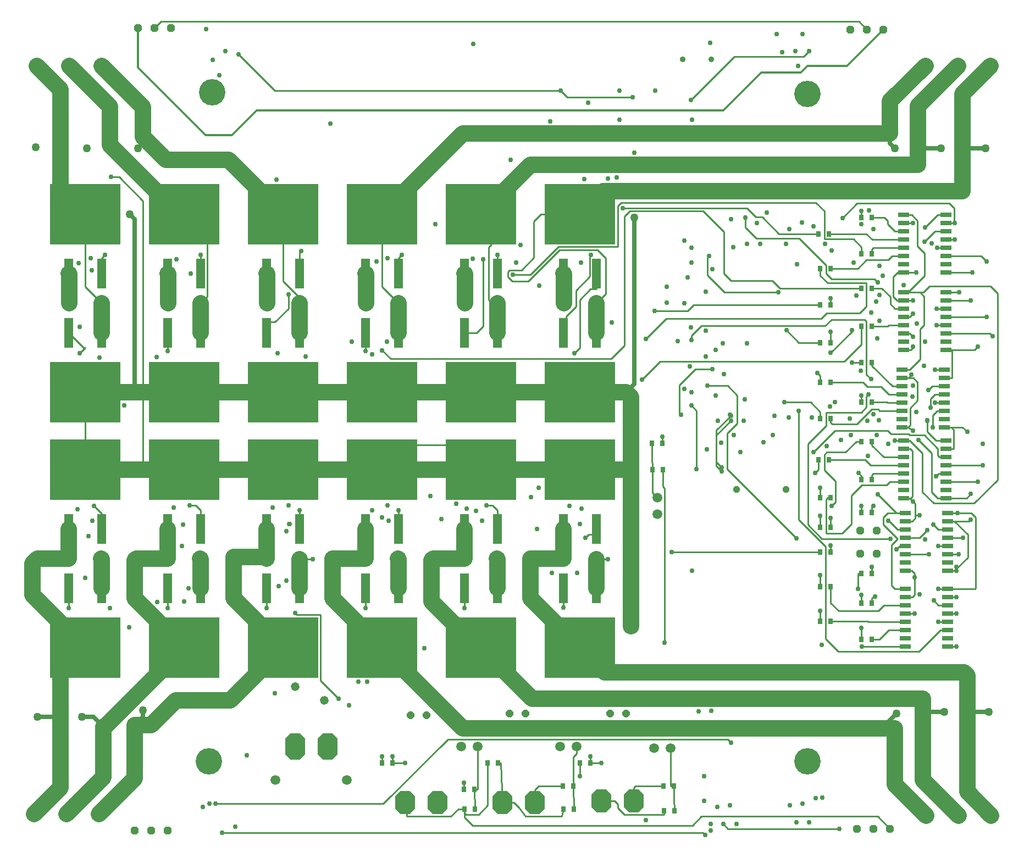
<source format=gbl>
G04 Layer_Physical_Order=4*
G04 Layer_Color=16711680*
%FSAX25Y25*%
%MOIN*%
G70*
G01*
G75*
%ADD16R,0.03100X0.03800*%
%ADD26C,0.01000*%
%ADD27C,0.02500*%
%ADD28C,0.10000*%
%ADD30P,0.05199X8X202.5*%
%ADD31C,0.05906*%
%ADD32P,0.04871X8X202.5*%
%ADD33P,0.05412X8X177.5*%
G04:AMPARAMS|DCode=34|XSize=118.11mil|YSize=157.48mil|CornerRadius=0mil|HoleSize=0mil|Usage=FLASHONLY|Rotation=180.000|XOffset=0mil|YOffset=0mil|HoleType=Round|Shape=Octagon|*
%AMOCTAGOND34*
4,1,8,0.02953,-0.07874,-0.02953,-0.07874,-0.05906,-0.04921,-0.05906,0.04921,-0.02953,0.07874,0.02953,0.07874,0.05906,0.04921,0.05906,-0.04921,0.02953,-0.07874,0.0*
%
%ADD34OCTAGOND34*%

%ADD35P,0.04261X8X202.5*%
%ADD36C,0.03543*%
%ADD37P,0.05412X8X22.5*%
%ADD38P,0.06392X8X22.5*%
G04:AMPARAMS|DCode=39|XSize=118.11mil|YSize=137.8mil|CornerRadius=0mil|HoleSize=0mil|Usage=FLASHONLY|Rotation=0.000|XOffset=0mil|YOffset=0mil|HoleType=Round|Shape=Octagon|*
%AMOCTAGOND39*
4,1,8,-0.02953,0.06890,0.02953,0.06890,0.05906,0.03937,0.05906,-0.03937,0.02953,-0.06890,-0.02953,-0.06890,-0.05906,-0.03937,-0.05906,0.03937,-0.02953,0.06890,0.0*
%
%ADD39OCTAGOND39*%

%ADD40C,0.03000*%
%ADD41C,0.05000*%
%ADD42C,0.10000*%
%ADD43C,0.16000*%
%ADD44C,0.01200*%
%ADD45R,0.07008X0.02835*%
%ADD46R,0.05315X0.18110*%
%ADD47R,0.42520X0.37008*%
D16*
X0491300Y0325000D02*
D03*
X0485000D02*
D03*
X0484700Y0341000D02*
D03*
X0491000D02*
D03*
X0370700Y0131000D02*
D03*
X0377000D02*
D03*
X0377300Y0119000D02*
D03*
X0371000D02*
D03*
X0430700Y0133000D02*
D03*
X0437000D02*
D03*
X0437300Y0119000D02*
D03*
X0431000D02*
D03*
X0491700Y0133000D02*
D03*
X0498000D02*
D03*
X0498300Y0118000D02*
D03*
X0492000D02*
D03*
X0593000Y0447000D02*
D03*
X0586700D02*
D03*
X0618000Y0299000D02*
D03*
X0611700D02*
D03*
X0592000Y0468000D02*
D03*
X0585700D02*
D03*
X0618000Y0478000D02*
D03*
X0611700D02*
D03*
X0592000Y0331000D02*
D03*
X0585700D02*
D03*
X0618000Y0342000D02*
D03*
X0611700D02*
D03*
X0593000Y0308000D02*
D03*
X0586700D02*
D03*
X0618000Y0319000D02*
D03*
X0611700D02*
D03*
X0618000Y0456000D02*
D03*
X0611700D02*
D03*
X0593000Y0425000D02*
D03*
X0586700D02*
D03*
X0618000Y0435000D02*
D03*
X0611700D02*
D03*
X0593000Y0290000D02*
D03*
X0586700D02*
D03*
X0593000Y0402000D02*
D03*
X0586700D02*
D03*
X0618000Y0412000D02*
D03*
X0611700D02*
D03*
X0618000Y0262000D02*
D03*
X0611700D02*
D03*
X0593000Y0275000D02*
D03*
X0586700D02*
D03*
X0618000Y0244000D02*
D03*
X0611700D02*
D03*
X0593000Y0254000D02*
D03*
X0586700D02*
D03*
X0593000Y0378000D02*
D03*
X0586700D02*
D03*
X0618000Y0390000D02*
D03*
X0611700D02*
D03*
X0593000Y0356000D02*
D03*
X0586700D02*
D03*
X0618000Y0366000D02*
D03*
X0611700D02*
D03*
X0618000Y0222000D02*
D03*
X0611700D02*
D03*
X0593000Y0233000D02*
D03*
X0586700D02*
D03*
X0321000Y0147000D02*
D03*
X0327300D02*
D03*
X0385000D02*
D03*
X0391300D02*
D03*
X0441000D02*
D03*
X0447300D02*
D03*
D26*
X0381000Y0315000D02*
X0384000D01*
X0316000Y0325024D02*
X0330976Y0340000D01*
X0384000Y0315000D02*
Y0325024D01*
X0176000Y0329024D02*
Y0487800D01*
X0140024Y0326000D02*
X0141000Y0326976D01*
X0201000Y0325024D02*
X0261000D01*
X0180000D02*
X0196000D01*
X0647133Y0432567D02*
X0649267D01*
X0639900D02*
X0647133D01*
X0637378D02*
X0639900D01*
X0632933Y0298567D02*
X0638378D01*
X0627467D02*
X0632933D01*
X0251000Y0414400D02*
X0256000D01*
X0215000Y0430000D02*
Y0480024D01*
X0446300Y0285700D02*
X0451000D01*
X0609700Y0252400D02*
Y0262000D01*
X0371000Y0116700D02*
Y0119000D01*
Y0114000D02*
Y0116700D01*
X0640315Y0380567D02*
X0643133D01*
X0644200Y0297300D02*
Y0304267D01*
Y0295374D02*
Y0297300D01*
X0640900Y0307567D02*
X0641467D01*
X0642900Y0305567D02*
X0644200Y0304267D01*
X0643867Y0249000D02*
Y0259582D01*
X0667000Y0474567D02*
X0668000Y0475567D01*
X0667000Y0474567D02*
X0668267D01*
X0666700Y0397567D02*
X0680167D01*
X0662811D02*
X0666700D01*
Y0380567D02*
Y0397567D01*
X0666133Y0350567D02*
X0673033D01*
X0661811D02*
X0666133D01*
X0669300Y0264867D02*
X0676067Y0271634D01*
X0668650Y0264217D02*
X0669300Y0264867D01*
X0668000Y0263567D02*
X0668650Y0264217D01*
X0668033Y0293567D02*
X0676900D01*
X0663811D02*
X0668033D01*
X0668000Y0263567D02*
X0669300D01*
X0663811D02*
X0668000D01*
X0670000Y0298567D02*
X0678233D01*
X0651500Y0354400D02*
Y0354900D01*
X0523600Y0348800D02*
X0532400Y0357600D01*
X0523600Y0345800D02*
X0532400Y0354600D01*
X0523600Y0327100D02*
X0526900Y0323800D01*
X0523600Y0345800D02*
Y0348800D01*
Y0329600D02*
Y0345800D01*
Y0327100D02*
Y0329600D01*
X0379000Y0131000D02*
Y0157000D01*
X0496000Y0133000D02*
Y0156000D01*
X0370700Y0131000D02*
Y0134900D01*
X0176000Y0329024D02*
X0180000Y0325024D01*
X0161400Y0502400D02*
X0176000Y0487800D01*
X0156600Y0502400D02*
X0161400D01*
X0632000Y0252567D02*
X0638378D01*
X0630000Y0254567D02*
X0632000Y0252567D01*
X0630000Y0254567D02*
Y0279300D01*
X0633500Y0282800D01*
X0624900Y0291400D02*
X0633500Y0282800D01*
X0624900Y0291400D02*
Y0296000D01*
X0627467Y0298567D01*
X0631800Y0342567D02*
X0637378D01*
X0283600Y0197000D02*
X0294600Y0186000D01*
X0283600Y0197000D02*
Y0236800D01*
X0269300D02*
X0283600D01*
X0268300Y0237800D02*
X0269300Y0236800D01*
X0621700Y0309800D02*
X0632933Y0298567D01*
X0657300Y0422600D02*
X0657333Y0422567D01*
X0662811D01*
Y0317567D02*
X0682200D01*
X0652300Y0373200D02*
X0654667Y0375567D01*
X0661811D01*
X0656300Y0365600D02*
X0656333Y0365567D01*
X0661811D01*
X0655000Y0350400D02*
Y0358000D01*
X0657567Y0360567D01*
X0661811D01*
X0657167Y0412567D02*
X0662811D01*
X0689633Y0407567D02*
X0691300Y0405900D01*
X0662811Y0407567D02*
X0689633D01*
X0658333Y0288567D02*
X0663811D01*
X0655300Y0291600D02*
X0658333Y0288567D01*
X0593000Y0402000D02*
Y0408600D01*
X0640933Y0407567D02*
X0642900Y0405600D01*
X0637378Y0407567D02*
X0640933D01*
X0618000Y0244000D02*
Y0246900D01*
X0620000Y0247900D01*
X0638378Y0237567D02*
X0643800D01*
X0618133Y0464567D02*
X0637378D01*
X0614700Y0468000D02*
X0618133Y0464567D01*
X0592000Y0468000D02*
X0614700D01*
X0619000Y0459567D02*
X0637378D01*
X0618000Y0458567D02*
X0619000Y0459567D01*
X0618000Y0456000D02*
Y0458567D01*
X0593000Y0425000D02*
Y0428900D01*
X0640967Y0417567D02*
X0642900Y0419500D01*
X0637378Y0417567D02*
X0640967D01*
X0619000Y0322567D02*
X0637378D01*
X0618000Y0321567D02*
X0619000Y0322567D01*
X0618000Y0319000D02*
Y0321567D01*
X0251000Y0408000D02*
Y0414400D01*
X0256000D02*
X0264300Y0422700D01*
Y0431100D01*
X0191000Y0396900D02*
Y0408000D01*
X0137700Y0395700D02*
X0141000Y0399000D01*
X0211000Y0289000D02*
Y0300100D01*
X0208000Y0303100D02*
X0211000Y0300100D01*
X0204300Y0303100D02*
X0208000D01*
X0447000Y0454600D02*
X0447700Y0455300D01*
X0447000Y0442100D02*
Y0454600D01*
X0438600Y0433700D02*
X0447000Y0442100D01*
X0438600Y0424000D02*
Y0433700D01*
X0432500Y0417900D02*
X0438600Y0424000D01*
X0431000Y0408000D02*
X0432500Y0417900D01*
X0391000Y0444000D02*
Y0455100D01*
X0646205Y0519795D02*
Y0545890D01*
X0670315Y0570000D01*
X0331000Y0444000D02*
Y0453100D01*
X0333000Y0455100D01*
X0321000Y0436000D02*
Y0480024D01*
Y0436000D02*
X0331000Y0426000D01*
X0515400Y0104600D02*
X0516900Y0103100D01*
X0223929Y0104600D02*
X0515400D01*
X0220000Y0122200D02*
X0321700D01*
X0360800Y0161300D01*
X0530700D01*
X0532700Y0159300D01*
X0478600Y0379600D02*
X0489600Y0390600D01*
X0601300D01*
X0611700Y0401000D01*
Y0412000D01*
X0573600Y0402000D02*
X0586700D01*
X0566200Y0409400D02*
X0573600Y0402000D01*
X0605800Y0390000D02*
X0611700D01*
X0609700Y0262000D02*
X0611700D01*
Y0244000D02*
Y0248800D01*
X0586700Y0233000D02*
Y0239200D01*
X0611700Y0222000D02*
Y0228800D01*
Y0478000D02*
Y0481900D01*
X0400100Y0443200D02*
X0410900D01*
X0427900Y0460200D01*
X0463900D01*
Y0484800D01*
X0466000Y0486900D01*
X0584000D01*
X0589100Y0481800D01*
Y0464800D02*
Y0481800D01*
Y0464800D02*
X0606900D01*
X0611700Y0460000D01*
Y0456000D02*
Y0460000D01*
X0480800Y0404200D02*
X0493200Y0416600D01*
X0587100D01*
X0590400Y0419900D01*
X0610500D01*
X0614600Y0424000D01*
Y0438200D01*
X0591100D02*
X0614600D01*
X0586700Y0442600D02*
X0591100Y0438200D01*
X0586700Y0442600D02*
Y0447000D01*
X0562300Y0435000D02*
X0611700D01*
X0557600Y0439700D02*
X0562300Y0435000D01*
X0532400Y0439700D02*
X0557600D01*
X0528100Y0444000D02*
X0532400Y0439700D01*
X0528100Y0444000D02*
Y0469300D01*
X0515600Y0481800D02*
X0528100Y0469300D01*
X0471100Y0481800D02*
X0515600D01*
X0467900Y0478600D02*
X0471100Y0481800D01*
X0467900Y0400100D02*
Y0478600D01*
X0460000Y0392200D02*
X0467900Y0400100D01*
X0326100Y0392200D02*
X0460000D01*
X0321000Y0397300D02*
X0326100Y0392200D01*
X0608500Y0342000D02*
X0611700D01*
X0602000Y0335500D02*
X0608500Y0342000D01*
X0590600Y0335500D02*
X0602000D01*
X0589100Y0334000D02*
X0590600Y0335500D01*
X0589100Y0324700D02*
Y0334000D01*
Y0324700D02*
X0595900Y0317900D01*
Y0305200D02*
Y0317900D01*
X0593600Y0302900D02*
X0595900Y0305200D01*
X0586700Y0290000D02*
Y0296900D01*
X0614600Y0382700D02*
X0617500Y0379800D01*
X0614600Y0382700D02*
Y0415000D01*
X0613600Y0416000D02*
X0614600Y0415000D01*
X0593500Y0416000D02*
X0613600D01*
X0589700Y0412200D02*
X0593500Y0416000D01*
X0514400Y0412200D02*
X0589700D01*
X0508430Y0406230D02*
X0514400Y0412200D01*
X0508430Y0403430D02*
Y0406230D01*
X0508400Y0364000D02*
X0511700Y0360700D01*
Y0325200D02*
Y0360700D01*
X0367300Y0119000D02*
X0371000D01*
X0362700Y0114400D02*
X0367300Y0119000D01*
X0336000Y0114400D02*
X0362700D01*
X0335000Y0123000D02*
X0336000Y0114400D01*
X0636378Y0350567D02*
X0640000D01*
X0642900Y0348567D01*
X0640900Y0307567D02*
X0642900Y0305567D01*
X0637378Y0307567D02*
X0640900D01*
X0642393Y0293567D02*
X0644200Y0295374D01*
X0638378Y0293567D02*
X0642393D01*
X0644200Y0297300D02*
X0647000D01*
X0642434Y0247567D02*
X0643867Y0249000D01*
X0638378Y0247567D02*
X0642434D01*
X0638378Y0263567D02*
X0642300D01*
X0643867Y0262000D01*
Y0259582D02*
Y0262000D01*
Y0259582D02*
X0643882Y0259567D01*
X0391300Y0147000D02*
X0393000D01*
X0394000Y0123000D01*
X0400800D01*
X0403800Y0120000D01*
X0408000Y0114400D01*
X0430000D01*
X0431000Y0119000D01*
X0454000Y0124000D02*
X0461800D01*
X0463800Y0122000D01*
Y0119600D02*
Y0122000D01*
Y0119600D02*
X0468000Y0115400D01*
X0492000D01*
Y0118000D01*
X0501300Y0358960D02*
X0502197Y0358063D01*
X0501300Y0358960D02*
Y0376300D01*
X0510717Y0385717D01*
X0521237D01*
X0669300Y0264867D02*
Y0265900D01*
X0676900Y0293567D02*
X0678000Y0294667D01*
X0657733Y0307567D02*
X0662811D01*
X0654100Y0311200D02*
X0657733Y0307567D01*
X0654100Y0311200D02*
Y0335000D01*
X0646300Y0342800D02*
X0654100Y0335000D01*
X0673033Y0350567D02*
X0675800Y0347800D01*
X0429300Y0554900D02*
X0433282Y0550918D01*
X0472882D01*
X0662811Y0432567D02*
X0670858D01*
X0650100Y0471800D02*
X0657867Y0479567D01*
X0662811D01*
X0658300Y0252567D02*
X0663811D01*
X0485000Y0311000D02*
Y0325000D01*
Y0311000D02*
X0488000Y0308000D01*
X0484700Y0333300D02*
Y0341000D01*
Y0333300D02*
X0485000Y0325000D01*
X0377000Y0131000D02*
X0379000D01*
X0439000Y0152600D02*
Y0157000D01*
X0437000Y0150600D02*
X0439000Y0152600D01*
X0437000Y0133000D02*
Y0150600D01*
X0496000Y0133000D02*
X0498000D01*
Y0125800D02*
Y0133000D01*
Y0125800D02*
X0498300Y0118000D01*
X0541200Y0471900D02*
Y0477900D01*
Y0471900D02*
X0548000Y0465100D01*
X0573900D01*
X0590100Y0448900D01*
Y0444000D02*
Y0448900D01*
Y0444000D02*
X0593600Y0440500D01*
X0619700D01*
X0621600Y0438600D01*
X0593000Y0395900D02*
X0605800Y0408700D01*
Y0409500D01*
X0662811Y0454567D02*
X0684333D01*
X0687600Y0451300D01*
X0528700Y0432400D02*
X0561200D01*
X0518300Y0442800D02*
X0528700Y0432400D01*
X0518300Y0442800D02*
Y0453700D01*
X0519200Y0454600D01*
X0663811Y0273567D02*
X0670677D01*
X0673234Y0283567D02*
X0673267Y0283600D01*
X0663811Y0283567D02*
X0673234D01*
X0657400Y0459567D02*
X0662811D01*
X0668267Y0464567D02*
X0668300Y0464600D01*
X0662811Y0464567D02*
X0668267D01*
X0649900Y0463200D02*
X0656267Y0469567D01*
X0662811D01*
X0663811Y0237567D02*
X0669300D01*
X0451000Y0426000D02*
X0456500Y0431500D01*
Y0453300D01*
X0451645Y0458155D02*
X0456500Y0453300D01*
X0428455Y0458155D02*
X0451645D01*
X0409500Y0439200D02*
X0428455Y0458155D01*
X0400000Y0439200D02*
X0409500D01*
X0397300Y0441900D02*
X0400000Y0439200D01*
X0397300Y0441900D02*
Y0445000D01*
X0398300Y0446000D01*
X0405400D01*
X0412900Y0453500D01*
Y0475600D01*
X0417324Y0480024D01*
X0441000D01*
X0561500Y0468000D02*
X0585700D01*
X0551450Y0478050D02*
X0561500Y0468000D01*
X0547674Y0478050D02*
X0551450D01*
X0542124Y0483600D02*
X0547674Y0478050D01*
X0466900Y0483600D02*
X0542124D01*
X0451000Y0270685D02*
X0458000D01*
X0662811Y0327567D02*
X0685100D01*
X0508182Y0549082D02*
X0534500Y0575400D01*
X0576482D01*
X0579882Y0578800D01*
X0662811Y0474567D02*
X0667000D01*
X0668000Y0475567D02*
Y0483500D01*
X0665000Y0486500D02*
X0668000Y0483500D01*
X0608900Y0486500D02*
X0665000D01*
X0600100Y0477700D02*
X0608900Y0486500D01*
X0663811Y0217567D02*
X0669233D01*
X0669300Y0217500D01*
X0486100Y0421300D02*
X0506300D01*
X0510000Y0425000D01*
X0586700D01*
X0271000Y0444000D02*
Y0456900D01*
X0271800Y0457700D01*
X0617233Y0327567D02*
X0637378D01*
X0613800Y0331000D02*
X0617233Y0327567D01*
X0592000Y0331000D02*
X0613800D01*
X0627533Y0365567D02*
X0636378D01*
X0627100Y0366000D02*
X0627533Y0365567D01*
X0618000Y0366000D02*
X0627100D01*
X0618000Y0388000D02*
Y0390000D01*
Y0388000D02*
X0630433Y0375567D01*
X0636378D01*
X0662811Y0417567D02*
X0687600D01*
X0653500Y0362700D02*
Y0368000D01*
X0656067Y0370567D01*
X0661811D01*
X0611700Y0319000D02*
Y0321000D01*
X0609800Y0322900D02*
X0611700Y0321000D01*
X0585000Y0383600D02*
X0586700Y0381900D01*
Y0378000D02*
Y0381900D01*
X0658333Y0278567D02*
X0663811D01*
X0658300Y0278600D02*
X0658333Y0278567D01*
X0530328Y0325072D02*
X0572200Y0283200D01*
X0530328Y0325072D02*
Y0347028D01*
X0536284Y0352984D01*
Y0369938D01*
X0530380Y0375843D02*
X0536284Y0369938D01*
X0518243Y0375843D02*
X0530380D01*
X0211000Y0444000D02*
Y0455100D01*
X0530700Y0107000D02*
X0598300D01*
X0527900Y0109800D02*
X0530700Y0107000D01*
X0523600Y0329600D02*
X0526900Y0326300D01*
X0636378Y0380567D02*
X0640315D01*
X0641882Y0382134D01*
Y0382567D01*
X0637378Y0397567D02*
X0641449D01*
X0658467Y0322567D02*
X0662811D01*
X0656900Y0321000D02*
X0658467Y0322567D01*
X0618000Y0299000D02*
Y0302100D01*
X0618800Y0302900D01*
X0627800Y0293900D02*
X0628067D01*
X0633400Y0288567D01*
X0638378D01*
Y0283567D02*
X0646900D01*
X0651500Y0288167D01*
X0593000Y0290000D02*
Y0295600D01*
X0638378Y0273567D02*
X0652267D01*
X0652400Y0273700D01*
X0618000Y0262000D02*
Y0265900D01*
X0622633Y0360567D02*
X0636378D01*
X0621800Y0361400D02*
X0622633Y0360567D01*
X0617800Y0361400D02*
X0621800D01*
X0608900Y0352500D02*
X0617800Y0361400D01*
X0594000Y0352500D02*
X0608900D01*
X0593000Y0353500D02*
X0594000Y0352500D01*
X0593000Y0353500D02*
Y0356000D01*
X0614700Y0369200D02*
X0616000Y0370500D01*
X0614700Y0362871D02*
Y0369200D01*
X0611529Y0359700D02*
X0614700Y0362871D01*
X0590100Y0359700D02*
X0611529D01*
X0590100Y0351454D02*
Y0359700D01*
X0579107Y0340461D02*
X0590100Y0351454D01*
X0579107Y0291593D02*
Y0340461D01*
Y0291593D02*
X0587700Y0283000D01*
X0629300D01*
X0678233Y0298567D02*
X0680800Y0296000D01*
Y0252967D02*
Y0296000D01*
X0680400Y0252567D02*
X0680800Y0252967D01*
X0663811Y0252567D02*
X0680400D01*
X0637378Y0337567D02*
X0641333D01*
X0642588Y0336312D01*
Y0308688D02*
Y0336312D01*
X0641467Y0307567D02*
X0642588Y0308688D01*
X0649267Y0432567D02*
X0652900Y0436200D01*
X0689900D01*
X0694100Y0432000D01*
Y0318700D02*
Y0432000D01*
X0679800Y0304400D02*
X0694100Y0318700D01*
X0655400Y0304400D02*
X0679800D01*
X0648500Y0311300D02*
X0655400Y0304400D01*
X0648500Y0311300D02*
Y0335000D01*
X0640933Y0342567D02*
X0648500Y0335000D01*
X0637378Y0342567D02*
X0640933D01*
X0659000Y0332567D02*
X0662811D01*
X0658000Y0333567D02*
X0659000Y0332567D01*
X0658000Y0333567D02*
Y0337700D01*
X0649933Y0345767D02*
X0658000Y0337700D01*
X0640733Y0345767D02*
X0649933D01*
X0640100Y0346400D02*
X0640733Y0345767D01*
X0629700Y0346400D02*
X0640100D01*
X0627400Y0348700D02*
X0629700Y0346400D01*
X0595700Y0348700D02*
X0627400D01*
X0582500Y0335500D02*
X0595700Y0348700D01*
X0643133Y0380567D02*
X0645700Y0378000D01*
Y0366817D02*
Y0378000D01*
X0641200Y0362317D02*
X0645700Y0366817D01*
X0641200Y0351767D02*
Y0362317D01*
X0640000Y0350567D02*
X0641200Y0351767D01*
X0618000Y0339700D02*
Y0342000D01*
Y0339700D02*
X0625133Y0332567D01*
X0637378D01*
X0668033Y0293567D02*
X0676067Y0285533D01*
Y0271634D02*
Y0285533D01*
X0668267Y0474567D02*
X0668300Y0474600D01*
X0441000Y0139000D02*
Y0147000D01*
X0611700Y0299000D02*
Y0302900D01*
X0611867Y0217567D02*
X0638378D01*
X0573700Y0294400D02*
Y0360700D01*
Y0294400D02*
X0589900Y0278200D01*
Y0222200D02*
Y0278200D01*
Y0222200D02*
X0597400Y0214700D01*
X0646700D01*
X0659567Y0227567D01*
X0663811D01*
X0641449Y0397567D02*
X0642882Y0399000D01*
Y0399567D01*
X0637378Y0427567D02*
X0642900D01*
X0637378Y0444567D02*
X0644867D01*
X0644900Y0444600D01*
X0637378Y0474567D02*
X0642900D01*
X0371000Y0116700D02*
X0372000Y0115700D01*
X0379400D01*
X0385000Y0121300D01*
Y0147000D01*
X0271000Y0426000D02*
Y0429200D01*
X0261000Y0439200D02*
X0271000Y0429200D01*
X0261000Y0439200D02*
Y0480024D01*
X0311000Y0396900D02*
Y0408000D01*
X0371000D02*
X0378300D01*
X0382300Y0412000D01*
Y0452400D01*
X0387500Y0426000D02*
X0391000D01*
X0385500Y0428000D02*
X0387500Y0426000D01*
X0385500Y0428000D02*
Y0459900D01*
X0387100Y0461500D01*
X0381000Y0467600D02*
X0387100Y0461500D01*
X0381000Y0467600D02*
Y0480024D01*
X0437700Y0395600D02*
X0440900Y0398800D01*
Y0428000D01*
X0447300Y0434400D01*
X0451000D01*
Y0444000D01*
X0141000Y0436000D02*
Y0480024D01*
Y0436000D02*
X0151000Y0426000D01*
X0201000Y0480024D02*
X0215000D01*
X0211000Y0426000D02*
X0215000Y0430000D01*
X0586700Y0308000D02*
Y0313900D01*
X0591100Y0308000D02*
X0593000D01*
X0590100Y0307000D02*
X0591100Y0308000D01*
X0590100Y0286300D02*
Y0307000D01*
Y0286300D02*
X0600000D01*
X0605600Y0291900D01*
Y0309200D01*
X0612000Y0315600D01*
X0626900D01*
X0628867Y0317567D01*
X0637378D01*
X0593000Y0447000D02*
X0609500D01*
X0614700Y0452200D01*
X0627833D01*
X0630200Y0454567D01*
X0637378D01*
X0618000Y0478000D02*
X0625700D01*
X0627700Y0476000D01*
Y0473867D02*
Y0476000D01*
Y0473867D02*
X0632000Y0469567D01*
X0637378D01*
X0618000Y0222000D02*
X0622533D01*
X0628100Y0227567D01*
X0638378D01*
X0593000Y0244000D02*
Y0254000D01*
Y0244000D02*
X0597900Y0239100D01*
X0621733D01*
X0625200Y0242567D01*
X0638378D01*
X0634867Y0278567D02*
X0638378D01*
X0632900Y0276600D02*
X0634867Y0278567D01*
X0593000Y0275000D02*
Y0278800D01*
Y0378000D02*
X0612400D01*
X0615300Y0375100D01*
X0623667D01*
X0628200Y0370567D01*
X0636378D01*
X0656892Y0342567D02*
X0662811D01*
X0651500Y0347959D02*
X0656892Y0342567D01*
X0651500Y0347959D02*
Y0354400D01*
X0636378Y0385567D02*
X0640867D01*
X0647300Y0392000D01*
Y0410200D01*
X0649700Y0412600D01*
Y0430000D01*
X0647133Y0432567D02*
X0649700Y0430000D01*
X0611700Y0366000D02*
Y0369900D01*
X0656300Y0385567D02*
X0661811D01*
X0151000Y0444000D02*
Y0453100D01*
X0153000Y0455100D01*
X0639900Y0432567D02*
X0650000Y0442667D01*
Y0456100D01*
X0645700Y0460400D02*
X0650000Y0456100D01*
X0645700Y0460400D02*
Y0476000D01*
X0642133Y0479567D02*
X0645700Y0476000D01*
X0637378Y0479567D02*
X0642133D01*
X0632000Y0422567D02*
X0637378D01*
X0629100Y0425467D02*
X0632000Y0422567D01*
X0629100Y0425467D02*
Y0429900D01*
X0624000Y0435000D02*
X0629100Y0429900D01*
X0618000Y0435000D02*
X0624000D01*
X0658300Y0232600D02*
X0658333Y0232567D01*
X0663811D01*
X0662811Y0307567D02*
X0675467D01*
X0678000Y0310100D01*
X0655500Y0245400D02*
X0658333Y0242567D01*
X0663811D01*
X0662811Y0444567D02*
X0679000D01*
X0586700Y0356000D02*
Y0360000D01*
X0580800Y0365900D02*
X0586700Y0360000D01*
X0564800Y0365900D02*
X0580800D01*
X0233882Y0577000D02*
X0255982Y0554900D01*
X0429300D01*
X0585700Y0325000D02*
Y0331000D01*
X0583700Y0323000D02*
X0585700Y0325000D01*
X0616033Y0232567D02*
X0638378D01*
X0615600Y0233000D02*
X0616033Y0232567D01*
X0593000Y0233000D02*
X0615600D01*
X0491000Y0341000D02*
Y0344900D01*
X0271000Y0270685D02*
X0279000D01*
X0444300Y0283700D02*
X0446300Y0285700D01*
X0451000D02*
Y0289000D01*
X0586700Y0254000D02*
Y0260800D01*
X0492300Y0219900D02*
Y0313500D01*
X0491300Y0314500D02*
X0492300Y0313500D01*
X0491300Y0314500D02*
Y0325000D01*
X0496500Y0275000D02*
X0586700D01*
X0610100Y0596900D02*
X0615000Y0592000D01*
X0186900Y0596900D02*
X0610100D01*
X0183000Y0593000D02*
X0186900Y0596900D01*
X0473685Y0124000D02*
Y0132000D01*
X0474685Y0133000D01*
X0491700D01*
X0663811Y0298567D02*
X0670000D01*
X0662811Y0337567D02*
X0667700D01*
Y0349000D01*
X0666133Y0350567D02*
X0667700Y0349000D01*
X0661811Y0380567D02*
X0666700D01*
X0680167Y0397567D02*
X0682200Y0399600D01*
X0662811Y0427567D02*
X0677800D01*
X0663811Y0247567D02*
X0669300D01*
X0633467Y0444567D02*
X0637378D01*
X0630900Y0442000D02*
X0633467Y0444567D01*
X0630900Y0430000D02*
Y0442000D01*
Y0430000D02*
X0633333Y0427567D01*
X0637378D01*
X0331000Y0289000D02*
Y0300100D01*
X0384300Y0303100D02*
X0388000D01*
X0391000Y0300100D01*
Y0289000D02*
Y0300100D01*
X0413685Y0123000D02*
Y0130685D01*
X0416000Y0133000D01*
X0430700D01*
X0628167Y0412567D02*
X0637378D01*
X0627600Y0412000D02*
X0628167Y0412567D01*
X0618000Y0412000D02*
X0627600D01*
X0330976Y0340000D02*
X0361024D01*
X0376000Y0325024D01*
X0431000Y0241228D02*
Y0253000D01*
X0131000Y0241000D02*
Y0253000D01*
X0191000Y0241000D02*
Y0253000D01*
X0251000Y0241000D02*
Y0253000D01*
X0311000Y0241000D02*
Y0253000D01*
X0371000Y0241000D02*
Y0253000D01*
X0447300Y0147000D02*
Y0150900D01*
X0327300Y0147000D02*
Y0150900D01*
X0151000Y0289000D02*
Y0298100D01*
X0146300Y0302800D02*
X0151000Y0298100D01*
X0271000Y0289000D02*
Y0300100D01*
X0327300Y0147000D02*
X0335000D01*
X0447300D02*
X0454000D01*
X0321000D02*
Y0150900D01*
X0621600Y0114400D02*
X0629000Y0107000D01*
X0514600Y0114400D02*
X0621600D01*
X0509200Y0109000D02*
X0514600Y0114400D01*
X0376000Y0109000D02*
X0509200D01*
X0371000Y0114000D02*
X0376000Y0109000D01*
X0141000Y0326976D02*
Y0371976D01*
X0196000Y0325024D02*
X0201000D01*
X0384000D02*
X0386000D01*
X0381000Y0315000D02*
Y0325024D01*
X0377000Y0125100D02*
Y0131000D01*
Y0125100D02*
X0377300Y0124800D01*
Y0119000D02*
Y0124800D01*
X0437000Y0126100D02*
Y0133000D01*
Y0126100D02*
X0437300Y0125800D01*
Y0119000D02*
Y0125800D01*
X0140000Y0399000D02*
X0141000D01*
X0131000Y0408000D02*
X0140000Y0399000D01*
D27*
X0168000Y0480000D02*
X0171000Y0477000D01*
Y0371976D02*
Y0477000D01*
X0140024Y0326000D02*
X0141000Y0325024D01*
X0626000Y0170000D02*
X0633000Y0177000D01*
X0649000Y0178000D02*
X0662000D01*
X0176000Y0175000D02*
Y0179000D01*
X0171000Y0170000D02*
X0176000Y0175000D01*
X0139000D02*
X0146000D01*
X0152000Y0169000D01*
X0112000Y0175000D02*
X0123000D01*
X0126000Y0172000D01*
X0629000Y0523000D02*
X0632000Y0520000D01*
X0629000Y0523000D02*
Y0529000D01*
X0646205Y0519795D02*
X0660000D01*
X0673028Y0520028D02*
X0687000D01*
X0673000Y0520000D02*
X0673028Y0520028D01*
X0474000Y0377000D02*
Y0478000D01*
X0468976Y0371976D02*
X0474000Y0377000D01*
X0676000Y0178000D02*
X0689000D01*
X0626000Y0168000D02*
Y0170000D01*
D28*
X0171000Y0371976D02*
X0201000D01*
X0141000Y0325024D02*
X0196000D01*
X0646000Y0545685D02*
X0670315Y0570000D01*
X0176000Y0527000D02*
X0190000Y0513000D01*
X0311000Y0444000D02*
X0311315Y0443685D01*
X0191000Y0444000D02*
X0191315Y0443685D01*
X0131000Y0444000D02*
X0131315Y0443685D01*
X0141000Y0371976D02*
X0171000D01*
X0321000Y0325024D02*
X0376000D01*
X0201000D02*
X0256000D01*
X0451000Y0408000D02*
Y0426000D01*
X0391000Y0408000D02*
Y0426000D01*
X0331000Y0408000D02*
Y0426000D01*
X0271000Y0408000D02*
Y0426000D01*
X0131315D02*
Y0443685D01*
X0191315Y0426000D02*
Y0443685D01*
X0251000Y0444000D02*
X0251315Y0443685D01*
Y0426000D02*
Y0443685D01*
X0311315Y0426000D02*
Y0443685D01*
X0371000Y0444000D02*
X0371315Y0443685D01*
Y0426000D02*
Y0443685D01*
X0431000Y0444000D02*
X0431315Y0443685D01*
Y0426000D02*
Y0443685D01*
X0211000Y0408000D02*
Y0426000D01*
X0151000Y0408000D02*
Y0426000D01*
X0472000Y0325000D02*
Y0368953D01*
X0468976Y0371976D02*
X0472000Y0368953D01*
X0441000Y0371976D02*
X0468976D01*
X0381000D02*
X0441000D01*
X0321000D02*
X0381000D01*
X0261000D02*
X0321000D01*
X0201000D02*
X0261000D01*
X0431000Y0271000D02*
Y0289000D01*
X0411000Y0271000D02*
X0431000D01*
X0472000Y0230000D02*
Y0325000D01*
X0441000Y0325024D02*
X0441024Y0325000D01*
X0472000D01*
X0150685Y0271000D02*
X0151000Y0270685D01*
Y0253000D02*
Y0270685D01*
X0210685Y0271000D02*
X0211000Y0270685D01*
Y0253000D02*
Y0270685D01*
X0271000Y0253000D02*
Y0270685D01*
X0390685Y0271000D02*
X0391000Y0270685D01*
Y0253000D02*
Y0270685D01*
X0330685Y0271000D02*
X0331000Y0270685D01*
Y0253000D02*
Y0270685D01*
X0131000Y0271000D02*
Y0289000D01*
X0112000Y0271000D02*
X0131000D01*
X0109000Y0268000D02*
X0112000Y0271000D01*
X0109000Y0248976D02*
Y0268000D01*
Y0248976D02*
X0141000Y0216976D01*
X0191000Y0271000D02*
Y0289000D01*
X0172000Y0271000D02*
X0191000D01*
X0171000Y0270000D02*
X0172000Y0271000D01*
X0171000Y0246976D02*
Y0270000D01*
Y0246976D02*
X0201000Y0216976D01*
X0311000Y0271000D02*
Y0289000D01*
X0251000Y0271000D02*
Y0289000D01*
X0250000Y0272000D02*
X0251000Y0271000D01*
X0231000Y0272000D02*
X0250000D01*
X0231000Y0246976D02*
Y0272000D01*
Y0246976D02*
X0261000Y0216976D01*
X0411000Y0246976D02*
Y0271000D01*
X0291000D02*
X0311000D01*
X0291000Y0246976D02*
Y0271000D01*
Y0246976D02*
X0321000Y0216976D01*
X0371000Y0271000D02*
Y0289000D01*
X0352000Y0271000D02*
X0371000D01*
X0351000Y0270000D02*
X0352000Y0271000D01*
X0351000Y0245000D02*
Y0270000D01*
Y0245000D02*
X0379024Y0216976D01*
X0381000D01*
X0411000Y0246976D02*
X0441000Y0216976D01*
X0451000Y0253000D02*
Y0270685D01*
X0386000Y0325024D02*
X0441000D01*
X0261000D02*
X0316000D01*
X0126000Y0495024D02*
X0141000Y0480024D01*
X0126000Y0495024D02*
Y0555630D01*
X0111630Y0570000D02*
X0126000Y0555630D01*
X0197976Y0480024D02*
X0201000D01*
X0156000Y0522000D02*
X0197976Y0480024D01*
X0131315Y0570000D02*
X0156000Y0545315D01*
Y0522000D02*
Y0545315D01*
X0228024Y0513000D02*
X0261000Y0480024D01*
X0673000Y0553000D02*
X0690000Y0570000D01*
X0321000Y0480024D02*
X0369976Y0529000D01*
X0126000Y0201976D02*
X0141000Y0216976D01*
X0110000Y0116000D02*
X0126000Y0132000D01*
X0129685Y0116000D02*
X0152000Y0138315D01*
Y0169000D01*
X0153024D01*
X0229000Y0184976D02*
X0261000Y0216976D01*
X0195976Y0184976D02*
X0229000D01*
X0181000Y0170000D02*
X0195976Y0184976D01*
X0441000Y0216976D02*
X0455976Y0202000D01*
X0674000D01*
X0676000Y0129370D02*
X0690370Y0115000D01*
X0674000Y0202000D02*
X0676000Y0200000D01*
X0381000Y0216976D02*
X0411976Y0186000D01*
X0649000D01*
Y0136685D02*
X0670685Y0115000D01*
X0632000Y0134000D02*
X0651000Y0115000D01*
X0153024Y0169000D02*
X0201000Y0216976D01*
X0149370Y0116000D02*
X0171000Y0137630D01*
Y0170000D01*
X0181000D01*
X0369976Y0529000D02*
X0629000D01*
Y0548370D01*
X0650630Y0570000D01*
X0151000D02*
X0176000Y0545000D01*
Y0527000D02*
Y0545000D01*
X0190000Y0513000D02*
X0228024D01*
X0632000Y0134000D02*
Y0168000D01*
X0626000D02*
X0632000D01*
X0649000Y0136685D02*
Y0178000D01*
Y0186000D01*
X0676000Y0129370D02*
Y0178000D01*
Y0200000D01*
X0126000Y0132000D02*
Y0172000D01*
Y0201976D01*
X0441000Y0480024D02*
X0454976Y0494000D01*
X0673000D01*
X0381000Y0480024D02*
X0410976Y0510000D01*
X0646000D01*
Y0545685D01*
X0673000Y0494000D02*
Y0520000D01*
Y0553000D01*
X0321000Y0216976D02*
X0369976Y0168000D01*
X0626000D01*
D30*
X0621000Y0288000D02*
D03*
X0611000D02*
D03*
X0621000Y0274000D02*
D03*
X0611000D02*
D03*
X0193000Y0593000D02*
D03*
X0183000D02*
D03*
X0173000D02*
D03*
X0605000Y0592000D02*
D03*
X0615000D02*
D03*
X0625000D02*
D03*
X0191000Y0106000D02*
D03*
X0181000D02*
D03*
X0171000D02*
D03*
X0609000Y0107000D02*
D03*
X0619000D02*
D03*
X0629000D02*
D03*
D31*
X0488000Y0308000D02*
D03*
Y0298000D02*
D03*
X0379000Y0157000D02*
D03*
X0369000D02*
D03*
X0439000D02*
D03*
X0429000D02*
D03*
X0496000Y0156000D02*
D03*
X0486000D02*
D03*
X0299654Y0136528D02*
D03*
X0256346D02*
D03*
D32*
X0338157Y0176000D02*
D03*
X0348000D02*
D03*
X0408000Y0177000D02*
D03*
X0398157D02*
D03*
X0459157D02*
D03*
X0469000D02*
D03*
D33*
X0286000Y0185000D02*
D03*
X0268159Y0193319D02*
D03*
D34*
X0268157Y0157000D02*
D03*
X0287843D02*
D03*
D35*
X0536000Y0313000D02*
D03*
X0565921D02*
D03*
D36*
X0520661Y0573980D02*
D03*
X0503339D02*
D03*
D37*
X0330685Y0271000D02*
D03*
X0311000D02*
D03*
X0390685D02*
D03*
X0371000D02*
D03*
X0450685D02*
D03*
X0431000D02*
D03*
X0311315Y0426000D02*
D03*
X0331000D02*
D03*
X0371315D02*
D03*
X0391000D02*
D03*
X0431315D02*
D03*
X0451000D02*
D03*
X0150685Y0271000D02*
D03*
X0131000D02*
D03*
X0210685D02*
D03*
X0191000D02*
D03*
X0270685D02*
D03*
X0251000D02*
D03*
X0131315Y0426000D02*
D03*
X0151000D02*
D03*
X0191315D02*
D03*
X0211000D02*
D03*
X0251315D02*
D03*
X0271000D02*
D03*
D38*
X0651000Y0115000D02*
D03*
X0670685D02*
D03*
X0690370D02*
D03*
X0110000Y0116000D02*
D03*
X0129685D02*
D03*
X0149370D02*
D03*
X0111630Y0570000D02*
D03*
X0131315D02*
D03*
X0151000D02*
D03*
X0650630D02*
D03*
X0670315D02*
D03*
X0690000D02*
D03*
D39*
X0354685Y0123000D02*
D03*
X0335000D02*
D03*
X0413685D02*
D03*
X0394000D02*
D03*
X0473685Y0124000D02*
D03*
X0454000D02*
D03*
D40*
X0239000Y0151600D02*
D03*
X0156600Y0502400D02*
D03*
X0631800Y0342567D02*
D03*
X0263000Y0287700D02*
D03*
X0300900Y0181900D02*
D03*
X0294600Y0186000D02*
D03*
X0268300Y0237800D02*
D03*
X0621700Y0309800D02*
D03*
X0460200Y0414200D02*
D03*
X0402106Y0450700D02*
D03*
X0204735Y0443900D02*
D03*
X0144735Y0445900D02*
D03*
X0149400Y0392800D02*
D03*
X0145100Y0294000D02*
D03*
X0200200Y0291700D02*
D03*
X0441400Y0450700D02*
D03*
X0442000Y0301300D02*
D03*
X0265000Y0292000D02*
D03*
X0321000Y0295900D02*
D03*
X0654300Y0462100D02*
D03*
X0657300Y0422600D02*
D03*
X0617596Y0420200D02*
D03*
X0682200Y0317567D02*
D03*
X0652300Y0373200D02*
D03*
X0611200Y0385000D02*
D03*
X0656300Y0365600D02*
D03*
X0655000Y0350400D02*
D03*
X0615100Y0354600D02*
D03*
X0645000Y0359900D02*
D03*
X0657167Y0412567D02*
D03*
X0691300Y0405900D02*
D03*
X0655300Y0291600D02*
D03*
X0595400Y0366000D02*
D03*
X0650100Y0282500D02*
D03*
X0590399Y0339100D02*
D03*
X0593000Y0408600D02*
D03*
X0642900Y0405600D02*
D03*
X0620000Y0247900D02*
D03*
X0643800Y0237567D02*
D03*
X0593000Y0428900D02*
D03*
X0642900Y0419500D02*
D03*
X0554100Y0480900D02*
D03*
X0446000Y0547600D02*
D03*
X0548100Y0474700D02*
D03*
X0486500Y0555000D02*
D03*
X0493700Y0436000D02*
D03*
X0523200Y0397500D02*
D03*
X0264300Y0431100D02*
D03*
X0191000Y0396900D02*
D03*
X0137700Y0395700D02*
D03*
X0204300Y0303100D02*
D03*
X0447700Y0455300D02*
D03*
X0391000Y0455100D02*
D03*
X0333000D02*
D03*
X0621000Y0345900D02*
D03*
X0214200Y0592100D02*
D03*
X0628000Y0340700D02*
D03*
X0218134Y0573700D02*
D03*
X0507400Y0387622D02*
D03*
X0222071Y0564329D02*
D03*
X0528200Y0382800D02*
D03*
X0226000Y0578800D02*
D03*
X0533907Y0460000D02*
D03*
X0231803Y0108100D02*
D03*
X0481000Y0112200D02*
D03*
X0572500Y0449437D02*
D03*
X0575700Y0474900D02*
D03*
X0582700Y0472700D02*
D03*
X0516900Y0103100D02*
D03*
X0223929Y0104600D02*
D03*
X0220000Y0122200D02*
D03*
X0532700Y0159300D02*
D03*
X0589488Y0462000D02*
D03*
X0500200Y0402800D02*
D03*
X0274400Y0393500D02*
D03*
X0478600Y0379600D02*
D03*
X0566200Y0409400D02*
D03*
X0289500Y0534900D02*
D03*
X0184200Y0393300D02*
D03*
X0605800Y0390000D02*
D03*
X0258200Y0254300D02*
D03*
X0609700Y0252400D02*
D03*
X0611700Y0248800D02*
D03*
X0199500Y0278400D02*
D03*
X0586700Y0239200D02*
D03*
X0141000Y0259100D02*
D03*
X0611700Y0228800D02*
D03*
X0142806Y0284500D02*
D03*
X0611700Y0481900D02*
D03*
X0400100Y0443200D02*
D03*
X0416200Y0436500D02*
D03*
X0480800Y0404200D02*
D03*
X0321000Y0397300D02*
D03*
X0593600Y0302900D02*
D03*
X0415000Y0289000D02*
D03*
X0346400Y0216500D02*
D03*
X0312000Y0196100D02*
D03*
X0350300Y0309000D02*
D03*
X0586700Y0296900D02*
D03*
X0508412Y0459483D02*
D03*
X0563600Y0578300D02*
D03*
X0571500Y0578800D02*
D03*
X0508400Y0450600D02*
D03*
X0587803Y0125797D02*
D03*
X0608600Y0430500D02*
D03*
X0611500Y0473800D02*
D03*
X0579929Y0110900D02*
D03*
X0617500Y0379800D02*
D03*
X0508430Y0403430D02*
D03*
X0508400Y0364000D02*
D03*
X0511700Y0325200D02*
D03*
X0535800Y0110000D02*
D03*
X0531866Y0121334D02*
D03*
X0542100Y0401400D02*
D03*
X0642900Y0348567D02*
D03*
Y0305567D02*
D03*
X0647000Y0297300D02*
D03*
Y0249100D02*
D03*
X0376000Y0452824D02*
D03*
X0314800Y0394800D02*
D03*
X0196300Y0452700D02*
D03*
X0643882Y0259567D02*
D03*
X0587400Y0218700D02*
D03*
X0378000Y0299954D02*
D03*
X0434600Y0303000D02*
D03*
X0194460Y0302000D02*
D03*
X0254500D02*
D03*
X0306500Y0196100D02*
D03*
X0255900Y0189200D02*
D03*
X0520055Y0106000D02*
D03*
X0572100Y0110900D02*
D03*
X0575900Y0589100D02*
D03*
X0519904Y0584000D02*
D03*
X0532400Y0476800D02*
D03*
X0567835Y0470882D02*
D03*
X0502197Y0358063D02*
D03*
X0473800Y0517300D02*
D03*
X0521237Y0385717D02*
D03*
X0508354Y0411244D02*
D03*
X0669300Y0265900D02*
D03*
X0678000Y0294667D02*
D03*
X0616100Y0482200D02*
D03*
X0622500Y0415200D02*
D03*
X0646300Y0342800D02*
D03*
X0675800Y0347800D02*
D03*
X0429300Y0554900D02*
D03*
X0472882Y0550918D02*
D03*
X0650100Y0471800D02*
D03*
X0521100Y0446600D02*
D03*
X0517076Y0409276D02*
D03*
X0504200Y0426000D02*
D03*
X0619000Y0358600D02*
D03*
X0599299Y0343000D02*
D03*
X0658300Y0252567D02*
D03*
X0531807Y0358094D02*
D03*
X0532402Y0357500D02*
D03*
X0567700Y0356700D02*
D03*
X0581646Y0356583D02*
D03*
X0645100Y0413700D02*
D03*
X0465008Y0537200D02*
D03*
X0463200Y0502200D02*
D03*
X0650100Y0402700D02*
D03*
X0518000Y0337141D02*
D03*
X0513000Y0178300D02*
D03*
X0524500Y0354600D02*
D03*
X0526496Y0341096D02*
D03*
X0520700Y0178700D02*
D03*
X0541200Y0477900D02*
D03*
X0621600Y0438600D02*
D03*
X0620562Y0427000D02*
D03*
X0457900Y0501600D02*
D03*
X0621200Y0404600D02*
D03*
X0398800Y0513000D02*
D03*
X0593000Y0395900D02*
D03*
X0605800Y0409500D02*
D03*
X0687600Y0451300D02*
D03*
X0561200Y0432400D02*
D03*
X0519200Y0454600D02*
D03*
X0670677Y0273567D02*
D03*
X0642400Y0369200D02*
D03*
X0504200Y0373800D02*
D03*
X0508400Y0372000D02*
D03*
X0642900Y0375900D02*
D03*
X0673267Y0283600D02*
D03*
X0657400Y0459567D02*
D03*
X0605200Y0345900D02*
D03*
X0649400Y0387800D02*
D03*
X0668300Y0464600D02*
D03*
X0649900Y0463200D02*
D03*
X0622500Y0430900D02*
D03*
X0685100Y0340400D02*
D03*
X0669300Y0237567D02*
D03*
X0466900Y0483600D02*
D03*
X0565900Y0462000D02*
D03*
X0593425Y0457842D02*
D03*
X0619016Y0470724D02*
D03*
X0137014Y0450200D02*
D03*
X0458000Y0270685D02*
D03*
X0302700Y0402400D02*
D03*
X0324000D02*
D03*
X0541039Y0367400D02*
D03*
X0685100Y0327567D02*
D03*
X0506200Y0441400D02*
D03*
X0508182Y0549082D02*
D03*
X0600100Y0477700D02*
D03*
X0669300Y0217500D02*
D03*
X0493662Y0426157D02*
D03*
X0517079Y0432898D02*
D03*
X0353300Y0473900D02*
D03*
X0486100Y0421300D02*
D03*
X0271800Y0457700D02*
D03*
X0257700Y0395600D02*
D03*
X0687600Y0417567D02*
D03*
X0653500Y0362700D02*
D03*
X0609800Y0322900D02*
D03*
X0411200Y0308300D02*
D03*
X0257000Y0501000D02*
D03*
X0585000Y0383600D02*
D03*
X0658300Y0278600D02*
D03*
X0572200Y0283200D02*
D03*
X0518243Y0375843D02*
D03*
X0211000Y0455100D02*
D03*
X0604400Y0356000D02*
D03*
X0598300Y0107000D02*
D03*
X0527900Y0109800D02*
D03*
X0526900Y0323800D02*
D03*
X0532400Y0357600D02*
D03*
Y0354600D02*
D03*
X0526900Y0326300D02*
D03*
X0641882Y0382567D02*
D03*
X0642882Y0399567D02*
D03*
X0656900Y0321000D02*
D03*
X0423000Y0536300D02*
D03*
X0517100Y0393500D02*
D03*
X0527700Y0401402D02*
D03*
X0618800Y0302900D02*
D03*
X0627800Y0293900D02*
D03*
X0651500Y0288167D02*
D03*
X0593000Y0295600D02*
D03*
X0652400Y0273700D02*
D03*
X0618000Y0265900D02*
D03*
X0616000Y0370500D02*
D03*
X0629300Y0283000D02*
D03*
X0582500Y0335500D02*
D03*
X0538300D02*
D03*
X0651500Y0354900D02*
D03*
X0622100D02*
D03*
X0615600Y0333200D02*
D03*
X0624500Y0442700D02*
D03*
X0679000Y0444567D02*
D03*
X0668300Y0474600D02*
D03*
X0592394Y0363094D02*
D03*
X0573071Y0570000D02*
D03*
X0508800Y0537300D02*
D03*
X0637100Y0436835D02*
D03*
X0441000Y0139000D02*
D03*
X0611700Y0302900D02*
D03*
X0356900Y0294900D02*
D03*
X0381446Y0293900D02*
D03*
X0325000D02*
D03*
X0611867Y0217567D02*
D03*
X0573700Y0360700D02*
D03*
X0642900Y0427567D02*
D03*
X0644900Y0444600D02*
D03*
X0642900Y0474567D02*
D03*
X0324300Y0453100D02*
D03*
X0311000Y0396900D02*
D03*
X0382300Y0452400D02*
D03*
X0437700Y0395600D02*
D03*
X0366000Y0304200D02*
D03*
X0586700Y0313900D02*
D03*
X0632900Y0276600D02*
D03*
X0593000Y0278800D02*
D03*
X0651500Y0354400D02*
D03*
X0611700Y0369900D02*
D03*
X0137700Y0411461D02*
D03*
X0656300Y0385567D02*
D03*
X0153000Y0455100D02*
D03*
X0144300Y0453100D02*
D03*
X0264700Y0292000D02*
D03*
X0184600Y0244400D02*
D03*
X0203700Y0253000D02*
D03*
X0439300Y0262100D02*
D03*
X0424000D02*
D03*
X0167500Y0229300D02*
D03*
X0155800Y0241000D02*
D03*
X0622400Y0448700D02*
D03*
X0579882Y0578800D02*
D03*
X0443400Y0501200D02*
D03*
X0523200Y0370000D02*
D03*
X0583866Y0125493D02*
D03*
X0607000Y0450400D02*
D03*
X0524117Y0120083D02*
D03*
X0552100Y0341700D02*
D03*
X0658300Y0232600D02*
D03*
X0678000Y0310100D02*
D03*
X0655500Y0245400D02*
D03*
X0508740Y0263646D02*
D03*
X0520055Y0109900D02*
D03*
X0564800Y0365900D02*
D03*
X0164600Y0364000D02*
D03*
X0516118Y0139000D02*
D03*
X0568118Y0121100D02*
D03*
X0464900Y0555000D02*
D03*
X0550100Y0462000D02*
D03*
X0233882Y0577000D02*
D03*
X0542200Y0462000D02*
D03*
X0376100Y0583200D02*
D03*
X0216055Y0122100D02*
D03*
X0583700Y0323000D02*
D03*
X0416000Y0313900D02*
D03*
X0317400Y0451100D02*
D03*
X0405040Y0461100D02*
D03*
X0491000Y0344900D02*
D03*
X0279000Y0270685D02*
D03*
X0540300Y0354600D02*
D03*
X0575992Y0122100D02*
D03*
X0504200Y0464000D02*
D03*
X0560200Y0589100D02*
D03*
X0441000Y0291900D02*
D03*
X0314800Y0300200D02*
D03*
X0372300Y0301300D02*
D03*
X0444300Y0283700D02*
D03*
X0201000Y0245000D02*
D03*
X0586700Y0260800D02*
D03*
X0492300Y0219900D02*
D03*
X0263000Y0257500D02*
D03*
X0496500Y0275000D02*
D03*
X0532402Y0354583D02*
D03*
X0558900Y0357600D02*
D03*
X0670000Y0298567D02*
D03*
X0670858Y0432567D02*
D03*
X0682200Y0399600D02*
D03*
X0677800Y0427567D02*
D03*
X0669300Y0263567D02*
D03*
Y0247567D02*
D03*
X0136314Y0300900D02*
D03*
X0324300Y0303100D02*
D03*
X0331000Y0300100D02*
D03*
X0384300Y0303100D02*
D03*
X0534370Y0345900D02*
D03*
X0557992D02*
D03*
X0431000Y0241228D02*
D03*
X0131000Y0241000D02*
D03*
X0191000D02*
D03*
X0251000D02*
D03*
X0311000D02*
D03*
X0371000D02*
D03*
X0370700Y0134900D02*
D03*
X0447300Y0150900D02*
D03*
X0327300D02*
D03*
X0146300Y0302800D02*
D03*
X0271000Y0300100D02*
D03*
X0264300Y0303100D02*
D03*
X0335000Y0147000D02*
D03*
X0454000D02*
D03*
X0516118Y0124000D02*
D03*
X0321000Y0150900D02*
D03*
X0212100Y0120200D02*
D03*
D41*
X0168000Y0480000D02*
D03*
X0662000Y0178000D02*
D03*
X0633000Y0177000D02*
D03*
X0112000Y0175000D02*
D03*
X0139000D02*
D03*
X0176000Y0179000D02*
D03*
X0173000Y0520000D02*
D03*
X0142000D02*
D03*
X0111000Y0520528D02*
D03*
X0660000Y0519795D02*
D03*
X0687000Y0520028D02*
D03*
X0632000Y0520000D02*
D03*
X0474000Y0478000D02*
D03*
X0689000Y0178000D02*
D03*
D42*
X0472000Y0230000D02*
D03*
D43*
X0579000Y0148000D02*
D03*
X0216000D02*
D03*
X0579000Y0553000D02*
D03*
X0218000Y0554000D02*
D03*
D44*
X0575000Y0566000D02*
X0579000Y0570000D01*
X0551000Y0566000D02*
X0575000D01*
X0528000Y0543000D02*
X0551000Y0566000D01*
X0579000Y0570000D02*
X0603000D01*
X0173000Y0569000D02*
Y0593000D01*
Y0569000D02*
X0214000Y0528000D01*
X0230000D01*
X0245000Y0543000D01*
X0528000D01*
X0603000Y0570000D02*
X0625000Y0592000D01*
D45*
X0663811Y0217567D02*
D03*
Y0222567D02*
D03*
Y0227567D02*
D03*
Y0232567D02*
D03*
Y0237567D02*
D03*
Y0242567D02*
D03*
Y0247567D02*
D03*
Y0252567D02*
D03*
X0638378D02*
D03*
Y0247567D02*
D03*
Y0242567D02*
D03*
Y0237567D02*
D03*
Y0232567D02*
D03*
Y0227567D02*
D03*
Y0222567D02*
D03*
Y0217567D02*
D03*
X0663811Y0263567D02*
D03*
Y0268567D02*
D03*
Y0273567D02*
D03*
Y0278567D02*
D03*
Y0283567D02*
D03*
Y0288567D02*
D03*
Y0293567D02*
D03*
Y0298567D02*
D03*
X0638378D02*
D03*
Y0293567D02*
D03*
Y0288567D02*
D03*
Y0283567D02*
D03*
Y0278567D02*
D03*
Y0273567D02*
D03*
Y0268567D02*
D03*
Y0263567D02*
D03*
X0662811Y0307567D02*
D03*
Y0312567D02*
D03*
Y0317567D02*
D03*
Y0322567D02*
D03*
Y0327567D02*
D03*
Y0332567D02*
D03*
Y0337567D02*
D03*
Y0342567D02*
D03*
X0637378D02*
D03*
Y0337567D02*
D03*
Y0332567D02*
D03*
Y0327567D02*
D03*
Y0322567D02*
D03*
Y0317567D02*
D03*
Y0312567D02*
D03*
Y0307567D02*
D03*
X0662811Y0444567D02*
D03*
Y0449567D02*
D03*
Y0454567D02*
D03*
Y0459567D02*
D03*
Y0464567D02*
D03*
Y0469567D02*
D03*
Y0474567D02*
D03*
Y0479567D02*
D03*
X0637378D02*
D03*
Y0474567D02*
D03*
Y0469567D02*
D03*
Y0464567D02*
D03*
Y0459567D02*
D03*
Y0454567D02*
D03*
Y0449567D02*
D03*
Y0444567D02*
D03*
X0661811Y0350567D02*
D03*
Y0355567D02*
D03*
Y0360567D02*
D03*
Y0365567D02*
D03*
Y0370567D02*
D03*
Y0375567D02*
D03*
Y0380567D02*
D03*
Y0385567D02*
D03*
X0636378D02*
D03*
Y0380567D02*
D03*
Y0375567D02*
D03*
Y0370567D02*
D03*
Y0365567D02*
D03*
Y0360567D02*
D03*
Y0355567D02*
D03*
Y0350567D02*
D03*
X0662811Y0397567D02*
D03*
Y0402567D02*
D03*
Y0407567D02*
D03*
Y0412567D02*
D03*
Y0417567D02*
D03*
Y0422567D02*
D03*
Y0427567D02*
D03*
Y0432567D02*
D03*
X0637378D02*
D03*
Y0427567D02*
D03*
Y0422567D02*
D03*
Y0417567D02*
D03*
Y0412567D02*
D03*
Y0407567D02*
D03*
Y0402567D02*
D03*
Y0397567D02*
D03*
D46*
X0331000Y0444000D02*
D03*
X0311000D02*
D03*
X0331000Y0289000D02*
D03*
X0311000D02*
D03*
X0271000D02*
D03*
X0251000D02*
D03*
X0131000Y0253000D02*
D03*
X0151000D02*
D03*
X0431000Y0408000D02*
D03*
X0451000D02*
D03*
Y0444000D02*
D03*
X0431000D02*
D03*
X0151000Y0289000D02*
D03*
X0131000D02*
D03*
X0251000Y0253000D02*
D03*
X0271000D02*
D03*
X0151000Y0444000D02*
D03*
X0131000D02*
D03*
Y0408000D02*
D03*
X0151000D02*
D03*
X0311000Y0253000D02*
D03*
X0331000D02*
D03*
X0251000Y0408000D02*
D03*
X0271000D02*
D03*
X0371000Y0253000D02*
D03*
X0391000D02*
D03*
X0371000Y0408000D02*
D03*
X0391000D02*
D03*
Y0444000D02*
D03*
X0371000D02*
D03*
X0391000Y0289000D02*
D03*
X0371000D02*
D03*
X0211000D02*
D03*
X0191000D02*
D03*
Y0253000D02*
D03*
X0211000D02*
D03*
Y0444000D02*
D03*
X0191000D02*
D03*
Y0408000D02*
D03*
X0211000D02*
D03*
X0431000Y0253000D02*
D03*
X0451000D02*
D03*
X0271000Y0444000D02*
D03*
X0251000D02*
D03*
X0451000Y0289000D02*
D03*
X0431000D02*
D03*
X0311000Y0408000D02*
D03*
X0331000D02*
D03*
D47*
X0321000Y0480024D02*
D03*
Y0325024D02*
D03*
X0261000D02*
D03*
X0141000Y0216976D02*
D03*
X0441000Y0371976D02*
D03*
Y0480024D02*
D03*
X0141000Y0325024D02*
D03*
X0261000Y0216976D02*
D03*
X0141000Y0480024D02*
D03*
Y0371976D02*
D03*
X0321000Y0216976D02*
D03*
X0261000Y0371976D02*
D03*
X0381000Y0216976D02*
D03*
Y0371976D02*
D03*
Y0480024D02*
D03*
Y0325024D02*
D03*
X0201000D02*
D03*
Y0216976D02*
D03*
Y0480024D02*
D03*
Y0371976D02*
D03*
X0441000Y0216976D02*
D03*
X0261000Y0480024D02*
D03*
X0441000Y0325024D02*
D03*
X0321000Y0371976D02*
D03*
M02*

</source>
